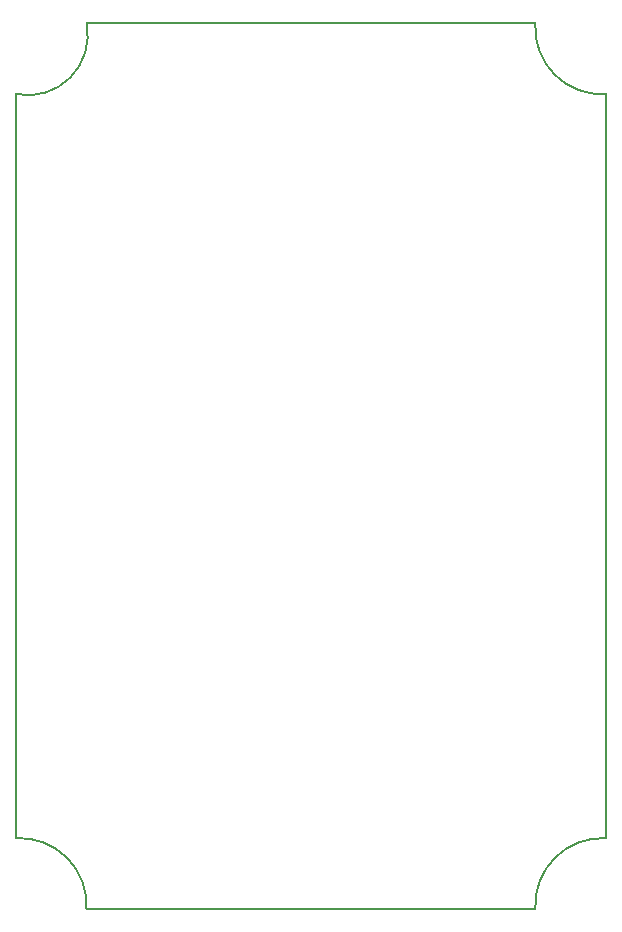
<source format=gbr>
G04 DipTrace 3.3.1.3*
G04 BoardOutline.gbr*
%MOIN*%
G04 #@! TF.FileFunction,Profile*
G04 #@! TF.Part,Single*
%ADD11C,0.005512*%
%FSLAX26Y26*%
G04*
G70*
G90*
G75*
G01*
G04 BoardOutline*
%LPD*%
X394000Y630220D2*
D11*
Y3110535D1*
X2362504Y630220D2*
Y3110535D1*
X630220Y394000D2*
X2126283D1*
X630220Y3346756D2*
X2126283D1*
X394000Y630220D2*
G02X630220Y394000I12740J-223481D01*
G01*
Y3346756D2*
G02X394000Y3110535I-195822J-40399D01*
G01*
X2362504D2*
G02X2126283Y3346756I-15197J221024D01*
G01*
Y394000D2*
G02X2362504Y630220I223955J12266D01*
G01*
M02*

</source>
